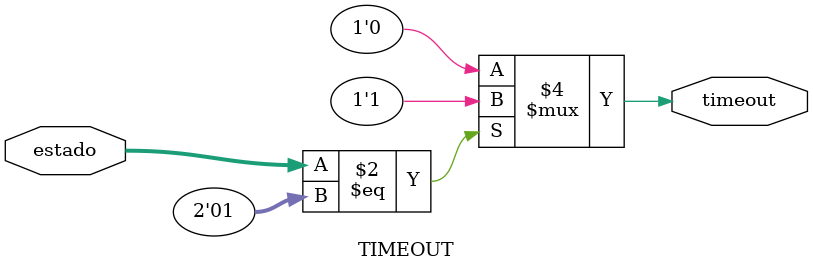
<source format=v>
/**
 * Genera un timeout cuando las puertas han estado mucho tiempo abiertas.
 *
 * El timeout (cantidad de ciclos para esperar) es un valor dado.
 *
 * @param in:estado    El estado de las puertas.
 * @param out:timeout  Un 1 si es que se genero un timeout o sino 0.
 */
module TIMEOUT (estado, timeout);
	input [1:0] estado;
	output timeout;

	reg timeout;

	always@(estado)
	begin
		if (estado == 2'b01)
		begin
			#100 // ojala que salga de aca cuando cambian las puertas
			timeout = 1;
		end
		else
			timeout = 0;
	end
endmodule

</source>
